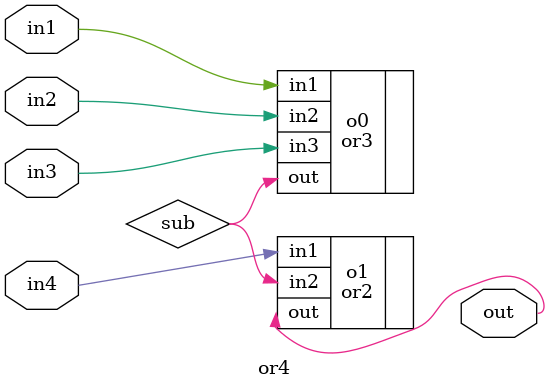
<source format=v>
/*
    CS/ECE 552 Spring '23
    Homework #1, Problem 2

    4 input OR
*/
`default_nettype none
module or4 (out,in1,in2, in3, in4);
    output wire out;
    input wire in1,in2, in3, in4;
    wire sub;
    or3 o0 (.out(sub), .in1(in1), .in2(in2), .in3(in3));
    or2 o1 (.out(out), .in1(in4), .in2(sub));

endmodule
`default_nettype wire
</source>
